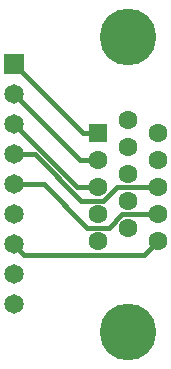
<source format=gtl>
G04*
G04 #@! TF.GenerationSoftware,Altium Limited,Altium Designer,20.1.14 (287)*
G04*
G04 Layer_Physical_Order=1*
G04 Layer_Color=255*
%FSLAX24Y24*%
%MOIN*%
G70*
G04*
G04 #@! TF.SameCoordinates,19A3D798-3CF0-405C-A59C-C3945E4A3CB0*
G04*
G04*
G04 #@! TF.FilePolarity,Positive*
G04*
G01*
G75*
%ADD18C,0.0150*%
%ADD19C,0.1890*%
%ADD20C,0.0630*%
%ADD21R,0.0630X0.0630*%
%ADD22R,0.0650X0.0650*%
%ADD23C,0.0650*%
D18*
X600Y8150D02*
X2697Y6053D01*
X3400D01*
X600Y10150D02*
X2894Y7856D01*
X3400D01*
X600Y4150D02*
X950Y3800D01*
X4950D01*
X5400Y4250D01*
X2850Y5603D02*
X3586D01*
X600Y7150D02*
X1303D01*
X2850Y5603D01*
X600Y6150D02*
X1600D01*
X600Y9150D02*
X2795Y6955D01*
X3586Y5603D02*
X4034Y6050D01*
X5397D01*
X5400Y6053D01*
X2795Y6955D02*
X3400D01*
X1600Y6150D02*
X3050Y4700D01*
X3765D01*
X4215Y5150D01*
X5399D01*
X5400Y5152D01*
D19*
X4400Y11072D02*
D03*
Y1234D02*
D03*
D20*
X3400Y6955D02*
D03*
X5400D02*
D03*
Y7856D02*
D03*
X3400Y6053D02*
D03*
Y5152D02*
D03*
Y4250D02*
D03*
X5400Y6053D02*
D03*
Y5152D02*
D03*
Y4250D02*
D03*
X4400Y8305D02*
D03*
Y7404D02*
D03*
Y6502D02*
D03*
Y5600D02*
D03*
Y4699D02*
D03*
D21*
X3400Y7856D02*
D03*
D22*
X600Y10150D02*
D03*
D23*
Y9150D02*
D03*
Y8150D02*
D03*
Y7150D02*
D03*
Y6150D02*
D03*
Y5150D02*
D03*
Y4150D02*
D03*
Y3150D02*
D03*
Y2150D02*
D03*
M02*

</source>
